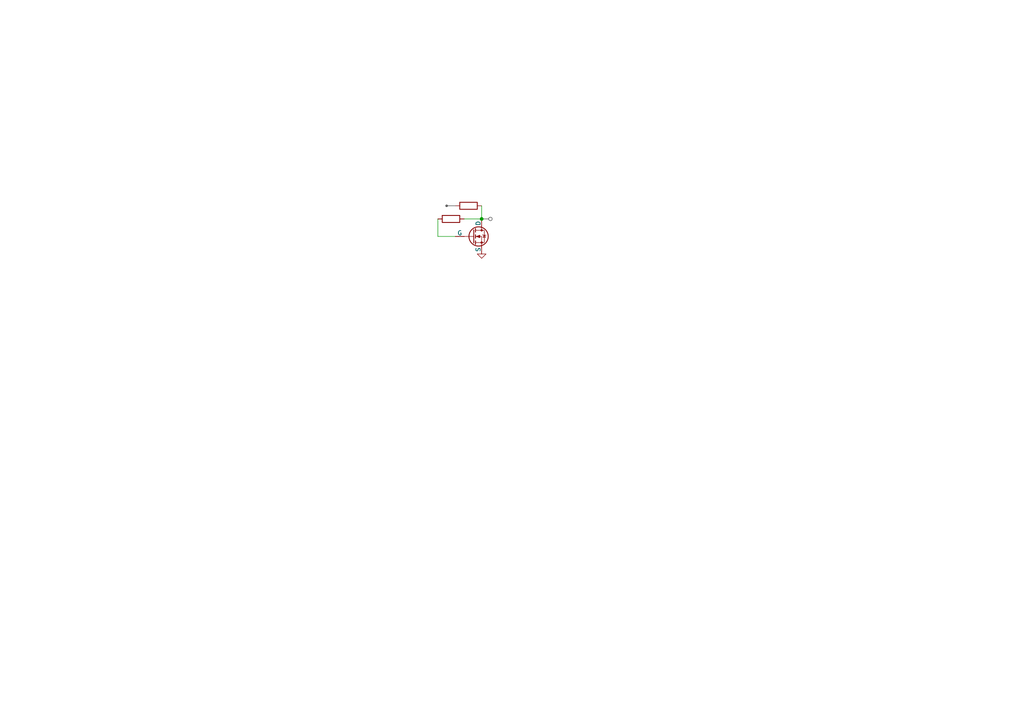
<source format=kicad_sch>
(kicad_sch (version 20250114) (generator "eeschema") (generator_version "9.0")
  (paper "A4")
  (lib_symbols
    (symbol "Device:R" (pin_numbers (hide yes)) (pin_names (offset 0))
      (property "Reference" "R" (at 2.032 0 90))
      (property "Value" "R" (at 0 0 90))
      (symbol "R_0_1"
        (rectangle (start -1.016 -2.54) (end 1.016 2.54) (stroke (width 0.254)))
      )
      (symbol "R_1_1"
        (pin passive line (at 0 3.81 270) (length 1.27) (name "~") (number "1"))
        (pin passive line (at 0 -3.81 90) (length 1.27) (name "~") (number "2"))
      )
    )
    (symbol "Simulation_SPICE:0" (power) (pin_numbers (hide yes)) (pin_names (offset 0) (hide yes))
      (property "Value" "0" (at 0 -2.54 0))
      (symbol "0_0_1"
        (polyline (pts (xy -1.27 0) (xy 0 -1.27) (xy 1.27 0) (xy -1.27 0)))
      )
      (symbol "0_1_1"
        (pin power_in line (at 0 0 0) (length 0) (name "~") (number "1"))
      )
    )
    (symbol "Simulation_SPICE:NMOS" (pin_numbers (hide yes)) (pin_names (offset 0))
      (property "Reference" "Q" (at 5.08 1.27 0))
      (property "Value" "NMOS" (at 5.08 -1.27 0))
      (symbol "NMOS_0_1"
        (polyline (pts (xy 0.254 1.905) (xy 0.254 -1.905)) (stroke (width 0.254)))
        (polyline (pts (xy 0.254 0) (xy -2.54 0)))
        (polyline (pts (xy 0.762 2.286) (xy 0.762 1.27)) (stroke (width 0.254)))
        (polyline (pts (xy 0.762 0.508) (xy 0.762 -0.508)) (stroke (width 0.254)))
        (polyline (pts (xy 0.762 -1.27) (xy 0.762 -2.286)) (stroke (width 0.254)))
        (polyline (pts (xy 0.762 -1.778) (xy 3.302 -1.778) (xy 3.302 1.778) (xy 0.762 1.778)))
        (polyline (pts (xy 1.016 0) (xy 2.032 0.381) (xy 2.032 -0.381) (xy 1.016 0)) (fill (type outline)))
        (circle (center 1.651 0) (radius 2.794) (stroke (width 0.254)))
        (polyline (pts (xy 2.54 2.54) (xy 2.54 1.778)))
        (circle (center 2.54 1.778) (radius 0.254) (fill (type outline)))
        (circle (center 2.54 -1.778) (radius 0.254) (fill (type outline)))
        (polyline (pts (xy 2.54 -2.54) (xy 2.54 0) (xy 0.762 0)))
        (polyline (pts (xy 2.794 0.508) (xy 2.921 0.381) (xy 3.683 0.381) (xy 3.81 0.254)))
        (polyline (pts (xy 3.302 0.381) (xy 2.921 -0.254) (xy 3.683 -0.254) (xy 3.302 0.381)))
      )
      (symbol "NMOS_1_1"
        (pin input line (at -5.08 0 0) (length 2.54) (name "G") (number "2"))
        (pin passive line (at 2.54 5.08 270) (length 2.54) (name "D") (number "1"))
        (pin passive line (at 2.54 -5.08 90) (length 2.54) (name "S") (number "3"))
      )
    )
  )
  (junction (at 139.7 63.5))
  (wire (pts (xy 127 63.5) (xy 127 68.58)))
  (wire (pts (xy 134.62 63.5) (xy 139.7 63.5)))
  (wire (pts (xy 127 68.58) (xy 132.08 68.58)))
  (wire (pts (xy 139.7 59.69) (xy 139.7 63.5)))
  (netclass_flag "" (length 2.54) (shape round) (at 139.7 63.5 270))
  (netclass_flag "" (length 2.54) (shape dot) (at 132.08 59.69 90))
  (symbol (lib_id "Simulation_SPICE:NMOS") (at 137.16 68.58 0) (unit 1)
    (property "Reference" "Q1" (effects (hide yes)))
    (property "Value" "NMOS" (effects (hide yes)))
    (property "Datasheet" "https://ngspice.sourceforge.io/docs/ngspice-html-manual/manual.xhtml#cha_MOSFETs" (effects (hide yes)))
    (property "Description" "N-MOSFET transistor, drain/source/gate" (effects (hide yes)))
    (property "Sim.Device" "NMOS" (effects (hide yes)))
    (property "Sim.Type" "VDMOS" (effects (hide yes)))
    (property "Sim.Pins" "1=D 2=G 3=S" (effects (hide yes)))
  )
  (symbol (lib_id "Simulation_SPICE:0") (at 139.7 73.66 0) (unit 1)
    (property "Reference" "#GND01" (effects (hide yes)))
    (property "Value" "0" (effects (hide yes)))
    (property "Datasheet" "https://ngspice.sourceforge.io/docs/ngspice-html-manual/manual.xhtml#subsec_Circuit_elements__device" (effects (hide yes)))
    (property "Description" "0V reference potential for simulation" (effects (hide yes)))
  )
  (symbol (lib_id "Device:R") (at 135.89 59.69 90) (unit 1)
    (property "Reference" "R1" (effects (hide yes)))
    (property "Value" "R" (effects (hide yes)))
    (property "Description" "Resistor" (effects (hide yes)))
  )
  (symbol (lib_id "Device:R") (at 130.81 63.5 90) (unit 1)
    (property "Reference" "R2" (effects (hide yes)))
    (property "Value" "R" (effects (hide yes)))
    (property "Description" "Resistor" (effects (hide yes)))
  )
)
</source>
